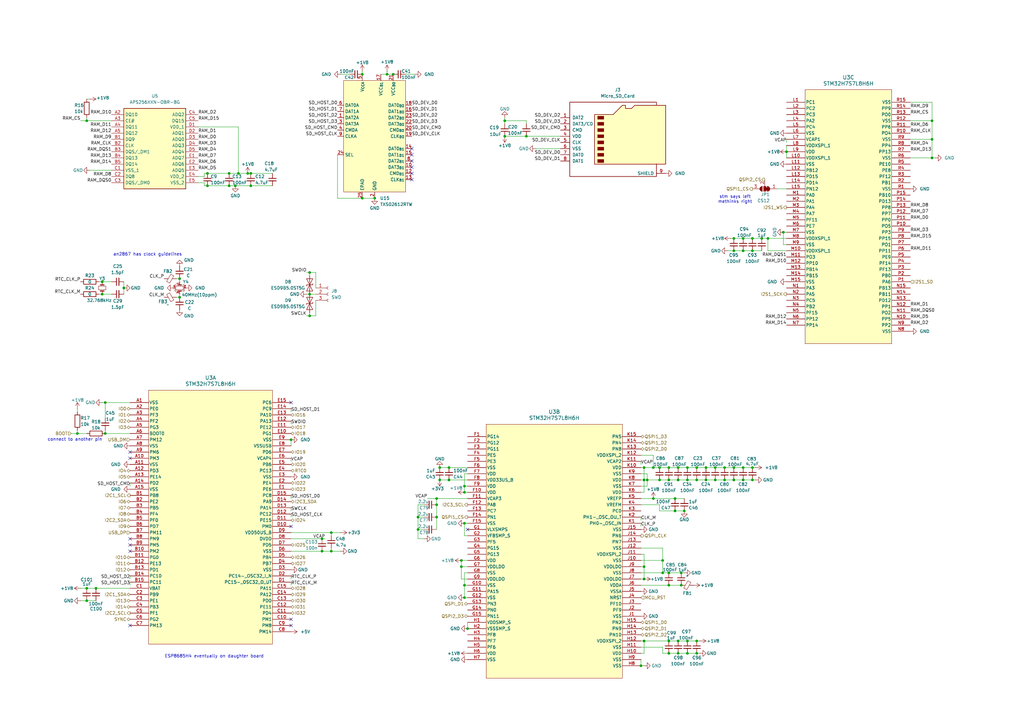
<source format=kicad_sch>
(kicad_sch (version 20250114) (generator "eeschema") (generator_version "9.0")
  (paper "A3")
  (text "ESP8685H4 eventually on daughter board" (at 87.884 269.24 0) (effects (font (size 1.27 1.27))))
  (text "connect to another pin" (at 30.734 180.34 0) (effects (font (size 1.27 1.27))))
  (text "an2867 has clock guidelines" (at 74.676 105.156 0) (effects (font (size 1.27 1.27)) (justify right bottom)))
  (text "stm says left\nmethinks right" (at 301.498 81.788 0) (effects (font (size 1.27 1.27))))
  (junction (at 35.56 49.53))
  (junction (at 35.56 246.38))
  (junction (at 135.89 226.06))
  (junction (at 289.56 196.85))
  (junction (at 148.59 30.48))
  (junction (at 276.86 204.47))
  (junction (at 101.6 71.12))
  (junction (at 267.97 191.77))
  (junction (at 300.99 102.87))
  (junction (at 127 120.65))
  (junction (at 293.37 191.77))
  (junction (at 279.4 234.95))
  (junction (at 184.15 196.85))
  (junction (at 189.23 232.41))
  (junction (at 382.27 57.15))
  (junction (at 274.32 240.03))
  (junction (at 39.37 241.3))
  (junction (at 148.59 81.28))
  (junction (at 190.5 201.93))
  (junction (at 281.94 267.97))
  (junction (at 179.07 212.09))
  (junction (at 207.01 55.88))
  (junction (at 267.97 204.47))
  (junction (at 297.18 191.77))
  (junction (at 278.13 196.85))
  (junction (at 190.5 240.03))
  (junction (at 300.99 191.77))
  (junction (at 274.32 267.97))
  (junction (at 285.75 262.89))
  (junction (at 73.66 121.92))
  (junction (at 304.8 191.77))
  (junction (at 308.61 191.77))
  (junction (at 322.58 62.23))
  (junction (at 312.42 97.79))
  (junction (at 73.66 114.3))
  (junction (at 274.32 234.95))
  (junction (at 281.94 191.77))
  (junction (at 127 129.54))
  (junction (at 270.51 191.77))
  (junction (at 281.94 196.85))
  (junction (at 179.07 204.47))
  (junction (at 308.61 102.87))
  (junction (at 281.94 262.89))
  (junction (at 308.61 97.79))
  (junction (at 285.75 267.97))
  (junction (at 274.32 191.77))
  (junction (at 43.18 177.8))
  (junction (at 264.16 191.77))
  (junction (at 274.32 262.89))
  (junction (at 278.13 262.89))
  (junction (at 280.67 209.55))
  (junction (at 321.31 95.25))
  (junction (at 308.61 196.85))
  (junction (at 300.99 97.79))
  (junction (at 189.23 229.87))
  (junction (at 153.67 81.28))
  (junction (at 382.27 64.77))
  (junction (at 179.07 207.01))
  (junction (at 190.5 199.39))
  (junction (at 285.75 191.77))
  (junction (at 279.4 240.03))
  (junction (at 41.91 115.57))
  (junction (at 96.52 76.2))
  (junction (at 262.89 273.05))
  (junction (at 304.8 196.85))
  (junction (at 271.78 229.87))
  (junction (at 276.86 209.55))
  (junction (at 50.8 118.11))
  (junction (at 297.18 196.85))
  (junction (at 382.27 49.53))
  (junction (at 289.56 191.77))
  (junction (at 293.37 196.85))
  (junction (at 102.87 71.12))
  (junction (at 190.5 245.11))
  (junction (at 207.01 49.53))
  (junction (at 264.16 262.89))
  (junction (at 132.08 220.98))
  (junction (at 300.99 196.85))
  (junction (at 43.18 165.1))
  (junction (at 191.77 257.81))
  (junction (at 171.45 212.09))
  (junction (at 135.89 218.44))
  (junction (at 31.75 177.8))
  (junction (at 265.43 196.85))
  (junction (at 180.34 191.77))
  (junction (at 93.98 71.12))
  (junction (at 314.96 97.79))
  (junction (at 271.78 234.95))
  (junction (at 158.75 30.48))
  (junction (at 180.34 196.85))
  (junction (at 190.5 214.63))
  (junction (at 102.87 76.2))
  (junction (at 127 111.76))
  (junction (at 41.91 120.65))
  (junction (at 184.15 191.77))
  (junction (at 93.98 76.2))
  (junction (at 215.9 55.88))
  (junction (at 278.13 191.77))
  (junction (at 270.51 196.85))
  (junction (at 304.8 97.79))
  (junction (at 85.09 71.12))
  (junction (at 35.56 241.3))
  (junction (at 171.45 217.17))
  (junction (at 278.13 267.97))
  (junction (at 264.16 196.85))
  (junction (at 274.32 196.85))
  (junction (at 264.16 232.41))
  (junction (at 304.8 102.87))
  (junction (at 119.38 180.34))
  (junction (at 264.16 237.49))
  (junction (at 161.29 30.48))
  (junction (at 97.79 71.12))
  (junction (at 85.09 76.2))
  (junction (at 285.75 196.85))
  (junction (at 132.08 226.06))
  (no_connect (at 119.38 256.54))
  (no_connect (at 168.91 68.58))
  (no_connect (at 53.34 185.42))
  (no_connect (at 53.34 187.96))
  (no_connect (at 168.91 66.04))
  (no_connect (at 53.34 223.52))
  (no_connect (at 119.38 165.1))
  (no_connect (at 53.34 220.98))
  (no_connect (at 119.38 215.9))
  (no_connect (at 53.34 226.06))
  (no_connect (at 168.91 71.12))
  (no_connect (at 168.91 63.5))
  (no_connect (at 53.34 256.54))
  (no_connect (at 168.91 60.96))
  (no_connect (at 168.91 73.66))
  (no_connect (at 191.77 217.17))
  (no_connect (at 119.38 254))
  (wire (pts (xy 304.8 102.87) (xy 308.61 102.87)))
  (wire (pts (xy 50.8 118.11) (xy 50.8 120.65)))
  (wire (pts (xy 270.51 209.55) (xy 276.86 209.55)))
  (wire (pts (xy 135.89 218.44) (xy 135.89 219.71)))
  (wire (pts (xy 184.15 196.85) (xy 191.77 196.85)))
  (wire (pts (xy 267.97 204.47) (xy 276.86 204.47)))
  (wire (pts (xy 72.39 114.3) (xy 73.66 114.3)))
  (wire (pts (xy 36.83 40.64) (xy 35.56 40.64)))
  (wire (pts (xy 119.38 212.09) (xy 119.38 210.82)))
  (wire (pts (xy 83.82 72.39) (xy 83.82 71.12)))
  (wire (pts (xy 293.37 196.85) (xy 289.56 196.85)))
  (wire (pts (xy 184.15 191.77) (xy 191.77 191.77)))
  (wire (pts (xy 119.38 209.55) (xy 119.38 208.28)))
  (wire (pts (xy 285.75 196.85) (xy 281.94 196.85)))
  (wire (pts (xy 31.75 176.53) (xy 31.75 177.8)))
  (wire (pts (xy 262.89 240.03) (xy 274.32 240.03)))
  (wire (pts (xy 262.89 199.39) (xy 265.43 199.39)))
  (wire (pts (xy 267.97 186.69) (xy 267.97 191.77)))
  (wire (pts (xy 300.99 196.85) (xy 297.18 196.85)))
  (wire (pts (xy 190.5 234.95) (xy 191.77 234.95)))
  (wire (pts (xy 278.13 262.89) (xy 274.32 262.89)))
  (wire (pts (xy 287.02 262.89) (xy 285.75 262.89)))
  (wire (pts (xy 293.37 191.77) (xy 289.56 191.77)))
  (wire (pts (xy 262.89 227.33) (xy 264.16 227.33)))
  (wire (pts (xy 300.99 102.87) (xy 304.8 102.87)))
  (wire (pts (xy 308.61 97.79) (xy 304.8 97.79)))
  (wire (pts (xy 190.5 199.39) (xy 191.77 199.39)))
  (wire (pts (xy 308.61 102.87) (xy 312.42 102.87)))
  (wire (pts (xy 190.5 201.93) (xy 190.5 199.39)))
  (wire (pts (xy 179.07 207.01) (xy 179.07 212.09)))
  (wire (pts (xy 304.8 191.77) (xy 300.99 191.77)))
  (wire (pts (xy 119.38 240.03) (xy 119.38 238.76)))
  (wire (pts (xy 321.31 95.25) (xy 322.58 95.25)))
  (wire (pts (xy 73.66 121.92) (xy 72.39 121.92)))
  (wire (pts (xy 190.5 240.03) (xy 190.5 245.11)))
  (wire (pts (xy 207.01 48.26) (xy 207.01 49.53)))
  (wire (pts (xy 119.38 218.44) (xy 135.89 218.44)))
  (wire (pts (xy 93.98 71.12) (xy 97.79 71.12)))
  (wire (pts (xy 383.54 64.77) (xy 382.27 64.77)))
  (wire (pts (xy 189.23 229.87) (xy 191.77 229.87)))
  (wire (pts (xy 262.89 232.41) (xy 264.16 232.41)))
  (wire (pts (xy 148.59 81.28) (xy 138.43 81.28)))
  (wire (pts (xy 191.77 194.31) (xy 190.5 194.31)))
  (wire (pts (xy 36.83 69.85) (xy 45.72 69.85)))
  (wire (pts (xy 184.15 196.85) (xy 180.34 196.85)))
  (wire (pts (xy 270.51 209.55) (xy 270.51 207.01)))
  (wire (pts (xy 264.16 262.89) (xy 274.32 262.89)))
  (wire (pts (xy 119.38 226.06) (xy 132.08 226.06)))
  (wire (pts (xy 35.56 48.26) (xy 35.56 49.53)))
  (wire (pts (xy 102.87 76.2) (xy 111.76 76.2)))
  (wire (pts (xy 262.89 215.9) (xy 262.89 214.63)))
  (wire (pts (xy 262.89 186.69) (xy 267.97 186.69)))
  (wire (pts (xy 207.01 50.8) (xy 207.01 49.53)))
  (wire (pts (xy 321.31 100.33) (xy 322.58 100.33)))
  (wire (pts (xy 190.5 201.93) (xy 191.77 201.93)))
  (wire (pts (xy 298.45 102.87) (xy 300.99 102.87)))
  (wire (pts (xy 314.96 97.79) (xy 322.58 97.79)))
  (wire (pts (xy 190.5 194.31) (xy 190.5 199.39)))
  (wire (pts (xy 31.75 168.91) (xy 31.75 167.64)))
  (wire (pts (xy 132.08 226.06) (xy 135.89 226.06)))
  (wire (pts (xy 262.89 191.77) (xy 264.16 191.77)))
  (wire (pts (xy 180.34 191.77) (xy 184.15 191.77)))
  (wire (pts (xy 190.5 234.95) (xy 190.5 240.03)))
  (wire (pts (xy 135.89 218.44) (xy 139.7 218.44)))
  (wire (pts (xy 215.9 50.8) (xy 215.9 49.53)))
  (wire (pts (xy 318.77 77.47) (xy 322.58 77.47)))
  (wire (pts (xy 271.78 234.95) (xy 274.32 234.95)))
  (wire (pts (xy 265.43 196.85) (xy 265.43 199.39)))
  (wire (pts (xy 308.61 97.79) (xy 312.42 97.79)))
  (wire (pts (xy 119.38 189.23) (xy 119.38 187.96)))
  (wire (pts (xy 179.07 204.47) (xy 191.77 204.47)))
  (wire (pts (xy 29.21 177.8) (xy 31.75 177.8)))
  (wire (pts (xy 158.75 29.21) (xy 158.75 30.48)))
  (wire (pts (xy 308.61 196.85) (xy 309.88 196.85)))
  (wire (pts (xy 148.59 81.28) (xy 153.67 81.28)))
  (wire (pts (xy 171.45 212.09) (xy 173.99 212.09)))
  (wire (pts (xy 382.27 57.15) (xy 382.27 64.77)))
  (wire (pts (xy 40.64 120.65) (xy 41.91 120.65)))
  (wire (pts (xy 127 111.76) (xy 127 113.03)))
  (wire (pts (xy 97.79 52.07) (xy 97.79 71.12)))
  (wire (pts (xy 45.72 120.65) (xy 41.91 120.65)))
  (wire (pts (xy 189.23 229.87) (xy 189.23 232.41)))
  (wire (pts (xy 53.34 240.03) (xy 53.34 238.76)))
  (wire (pts (xy 119.38 173.99) (xy 119.38 172.72)))
  (wire (pts (xy 308.61 191.77) (xy 309.88 191.77)))
  (wire (pts (xy 33.02 241.3) (xy 35.56 241.3)))
  (wire (pts (xy 138.43 81.28) (xy 138.43 63.5)))
  (wire (pts (xy 43.18 165.1) (xy 53.34 165.1)))
  (wire (pts (xy 101.6 71.12) (xy 102.87 71.12)))
  (wire (pts (xy 297.18 196.85) (xy 293.37 196.85)))
  (wire (pts (xy 43.18 165.1) (xy 43.18 171.45)))
  (wire (pts (xy 50.8 115.57) (xy 50.8 118.11)))
  (wire (pts (xy 265.43 194.31) (xy 262.89 194.31)))
  (wire (pts (xy 274.32 240.03) (xy 279.4 240.03)))
  (wire (pts (xy 274.32 234.95) (xy 279.4 234.95)))
  (wire (pts (xy 285.75 191.77) (xy 281.94 191.77)))
  (wire (pts (xy 73.66 114.3) (xy 73.66 115.57)))
  (wire (pts (xy 45.72 115.57) (xy 41.91 115.57)))
  (wire (pts (xy 125.73 120.65) (xy 127 120.65)))
  (wire (pts (xy 139.7 30.48) (xy 143.51 30.48)))
  (wire (pts (xy 321.31 95.25) (xy 321.31 100.33)))
  (wire (pts (xy 179.07 212.09) (xy 179.07 217.17)))
  (wire (pts (xy 262.89 265.43) (xy 271.78 265.43)))
  (wire (pts (xy 262.89 229.87) (xy 271.78 229.87)))
  (wire (pts (xy 53.34 199.39) (xy 53.34 198.12)))
  (wire (pts (xy 271.78 224.79) (xy 271.78 229.87)))
  (wire (pts (xy 299.72 97.79) (xy 300.99 97.79)))
  (wire (pts (xy 278.13 191.77) (xy 274.32 191.77)))
  (wire (pts (xy 287.02 267.97) (xy 285.75 267.97)))
  (wire (pts (xy 276.86 209.55) (xy 280.67 209.55)))
  (wire (pts (xy 300.99 191.77) (xy 297.18 191.77)))
  (wire (pts (xy 278.13 267.97) (xy 274.32 267.97)))
  (wire (pts (xy 83.82 76.2) (xy 85.09 76.2)))
  (wire (pts (xy 262.89 234.95) (xy 271.78 234.95)))
  (wire (pts (xy 127 129.54) (xy 127 128.27)))
  (wire (pts (xy 189.23 237.49) (xy 191.77 237.49)))
  (wire (pts (xy 382.27 64.77) (xy 373.38 64.77)))
  (wire (pts (xy 262.89 196.85) (xy 264.16 196.85)))
  (wire (pts (xy 262.89 262.89) (xy 264.16 262.89)))
  (wire (pts (xy 85.09 76.2) (xy 93.98 76.2)))
  (wire (pts (xy 133.35 220.98) (xy 132.08 220.98)))
  (wire (pts (xy 285.75 262.89) (xy 281.94 262.89)))
  (wire (pts (xy 274.32 191.77) (xy 270.51 191.77)))
  (wire (pts (xy 373.38 41.91) (xy 382.27 41.91)))
  (wire (pts (xy 304.8 196.85) (xy 300.99 196.85)))
  (wire (pts (xy 322.58 58.42) (xy 322.58 57.15)))
  (wire (pts (xy 262.89 267.97) (xy 264.16 267.97)))
  (wire (pts (xy 314.96 97.79) (xy 314.96 102.87)))
  (wire (pts (xy 43.18 176.53) (xy 43.18 177.8)))
  (wire (pts (xy 314.96 102.87) (xy 322.58 102.87)))
  (wire (pts (xy 300.99 97.79) (xy 304.8 97.79)))
  (wire (pts (xy 171.45 212.09) (xy 171.45 207.01)))
  (wire (pts (xy 289.56 191.77) (xy 285.75 191.77)))
  (wire (pts (xy 81.28 72.39) (xy 83.82 72.39)))
  (wire (pts (xy 119.38 237.49) (xy 119.38 236.22)))
  (wire (pts (xy 207.01 49.53) (xy 215.9 49.53)))
  (wire (pts (xy 33.02 246.38) (xy 35.56 246.38)))
  (wire (pts (xy 382.27 49.53) (xy 382.27 57.15)))
  (wire (pts (xy 278.13 196.85) (xy 274.32 196.85)))
  (wire (pts (xy 262.89 204.47) (xy 267.97 204.47)))
  (wire (pts (xy 262.89 213.36) (xy 262.89 212.09)))
  (wire (pts (xy 127 129.54) (xy 129.54 129.54)))
  (wire (pts (xy 119.38 220.98) (xy 132.08 220.98)))
  (wire (pts (xy 189.23 232.41) (xy 189.23 237.49)))
  (wire (pts (xy 190.5 219.71) (xy 190.5 214.63)))
  (wire (pts (xy 73.66 121.92) (xy 73.66 120.65)))
  (wire (pts (xy 278.13 262.89) (xy 281.94 262.89)))
  (wire (pts (xy 271.78 229.87) (xy 271.78 234.95)))
  (wire (pts (xy 264.16 196.85) (xy 264.16 191.77)))
  (wire (pts (xy 81.28 74.93) (xy 83.82 74.93)))
  (wire (pts (xy 289.56 196.85) (xy 285.75 196.85)))
  (wire (pts (xy 262.89 201.93) (xy 264.16 201.93)))
  (wire (pts (xy 33.02 49.53) (xy 35.56 49.53)))
  (wire (pts (xy 190.5 240.03) (xy 191.77 240.03)))
  (wire (pts (xy 215.9 55.88) (xy 229.87 55.88)))
  (wire (pts (xy 276.86 204.47) (xy 280.67 204.47)))
  (wire (pts (xy 264.16 267.97) (xy 264.16 262.89)))
  (wire (pts (xy 158.75 30.48) (xy 161.29 30.48)))
  (wire (pts (xy 171.45 220.98) (xy 171.45 217.17)))
  (wire (pts (xy 125.73 129.54) (xy 127 129.54)))
  (wire (pts (xy 31.75 177.8) (xy 35.56 177.8)))
  (wire (pts (xy 270.51 207.01) (xy 262.89 207.01)))
  (wire (pts (xy 312.42 97.79) (xy 314.96 97.79)))
  (wire (pts (xy 322.58 62.23) (xy 322.58 64.77)))
  (wire (pts (xy 35.56 246.38) (xy 39.37 246.38)))
  (wire (pts (xy 264.16 273.05) (xy 262.89 273.05)))
  (wire (pts (xy 219.71 60.96) (xy 229.87 60.96)))
  (wire (pts (xy 83.82 74.93) (xy 83.82 76.2)))
  (wire (pts (xy 274.32 196.85) (xy 270.51 196.85)))
  (wire (pts (xy 189.23 232.41) (xy 191.77 232.41)))
  (wire (pts (xy 41.91 165.1) (xy 43.18 165.1)))
  (wire (pts (xy 281.94 196.85) (xy 278.13 196.85)))
  (wire (pts (xy 190.5 214.63) (xy 191.77 214.63)))
  (wire (pts (xy 280.67 234.95) (xy 279.4 234.95)))
  (wire (pts (xy 304.8 191.77) (xy 308.61 191.77)))
  (wire (pts (xy 190.5 245.11) (xy 191.77 245.11)))
  (wire (pts (xy 148.59 29.21) (xy 148.59 30.48)))
  (wire (pts (xy 85.09 71.12) (xy 93.98 71.12)))
  (wire (pts (xy 129.54 111.76) (xy 129.54 118.11)))
  (wire (pts (xy 179.07 204.47) (xy 179.07 207.01)))
  (wire (pts (xy 285.75 267.97) (xy 281.94 267.97)))
  (wire (pts (xy 171.45 217.17) (xy 171.45 212.09)))
  (wire (pts (xy 322.58 59.69) (xy 322.58 62.23)))
  (wire (pts (xy 135.89 224.79) (xy 135.89 226.06)))
  (wire (pts (xy 264.16 191.77) (xy 267.97 191.77)))
  (wire (pts (xy 39.37 241.3) (xy 53.34 241.3)))
  (wire (pts (xy 40.64 115.57) (xy 41.91 115.57)))
  (wire (pts (xy 135.89 226.06) (xy 139.7 226.06)))
  (wire (pts (xy 83.82 71.12) (xy 85.09 71.12)))
  (wire (pts (xy 53.34 237.49) (xy 53.34 236.22)))
  (wire (pts (xy 129.54 129.54) (xy 129.54 123.19)))
  (wire (pts (xy 35.56 241.3) (xy 39.37 241.3)))
  (wire (pts (xy 97.79 71.12) (xy 101.6 71.12)))
  (wire (pts (xy 171.45 207.01) (xy 173.99 207.01)))
  (wire (pts (xy 173.99 220.98) (xy 171.45 220.98)))
  (wire (pts (xy 265.43 194.31) (xy 265.43 196.85)))
  (wire (pts (xy 264.16 227.33) (xy 264.16 232.41)))
  (wire (pts (xy 265.43 196.85) (xy 270.51 196.85)))
  (wire (pts (xy 127 111.76) (xy 129.54 111.76)))
  (wire (pts (xy 171.45 217.17) (xy 173.99 217.17)))
  (wire (pts (xy 119.38 204.47) (xy 119.38 203.2)))
  (wire (pts (xy 93.98 76.2) (xy 96.52 76.2)))
  (wire (pts (xy 264.16 201.93) (xy 264.16 196.85)))
  (wire (pts (xy 281.94 191.77) (xy 278.13 191.77)))
  (wire (pts (xy 191.77 255.27) (xy 191.77 257.81)))
  (wire (pts (xy 125.73 111.76) (xy 127 111.76)))
  (wire (pts (xy 175.26 204.47) (xy 179.07 204.47)))
  (wire (pts (xy 96.52 76.2) (xy 102.87 76.2)))
  (wire (pts (xy 207.01 55.88) (xy 215.9 55.88)))
  (wire (pts (xy 281.94 267.97) (xy 278.13 267.97)))
  (wire (pts (xy 271.78 265.43) (xy 271.78 267.97)))
  (wire (pts (xy 304.8 196.85) (xy 308.61 196.85)))
  (wire (pts (xy 119.38 180.34) (xy 119.38 182.88)))
  (wire (pts (xy 373.38 57.15) (xy 382.27 57.15)))
  (wire (pts (xy 297.18 191.77) (xy 293.37 191.77)))
  (wire (pts (xy 382.27 41.91) (xy 382.27 49.53)))
  (wire (pts (xy 267.97 191.77) (xy 270.51 191.77)))
  (wire (pts (xy 119.38 168.91) (xy 119.38 167.64)))
  (wire (pts (xy 191.77 219.71) (xy 190.5 219.71)))
  (wire (pts (xy 264.16 232.41) (xy 264.16 237.49)))
  (wire (pts (xy 166.37 30.48) (xy 170.18 30.48)))
  (wire (pts (xy 262.89 224.79) (xy 271.78 224.79)))
  (wire (pts (xy 262.89 190.5) (xy 262.89 189.23)))
  (wire (pts (xy 35.56 49.53) (xy 45.72 49.53)))
  (wire (pts (xy 373.38 49.53) (xy 382.27 49.53)))
  (wire (pts (xy 271.78 267.97) (xy 274.32 267.97)))
  (wire (pts (xy 43.18 177.8) (xy 53.34 177.8)))
  (wire (pts (xy 127 120.65) (xy 129.54 120.65)))
  (wire (pts (xy 262.89 273.05) (xy 262.89 270.51)))
  (wire (pts (xy 156.21 30.48) (xy 158.75 30.48)))
  (wire (pts (xy 264.16 237.49) (xy 262.89 237.49)))
  (wire (pts (xy 102.87 71.12) (xy 111.76 71.12)))
  (wire (pts (xy 81.28 52.07) (xy 97.79 52.07)))
  (label "RAM_D15" (at 81.28 49.53 0))
  (label "RAM_D11" (at 373.38 102.87 0))
  (label "SD_DEV_D2" (at 229.87 48.26 180))
  (label "RAM_D9" (at 373.38 44.45 0))
  (label "RAM_D9" (at 45.72 57.15 180))
  (label "RAM_D11" (at 45.72 52.07 180))
  (label "RTC_CLK_M" (at 33.02 120.65 180))
  (label "CLK_M" (at 262.89 213.36 0))
  (label "RAM_D8" (at 45.72 72.39 180))
  (label "SD_HOST_CMD" (at 138.43 53.34 180))
  (label "RAM_DQS1" (at 322.58 105.41 180))
  (label "RAM_D1" (at 373.38 125.73 0))
  (label "RAM_D0" (at 373.38 90.17 0))
  (label "SD_HOST_CLK" (at 119.38 212.09 0))
  (label "SWCLK" (at 119.38 209.55 0))
  (label "SWCLK" (at 125.73 129.54 180))
  (label "SD_DEV_D3" (at 168.91 50.8 0))
  (label "SD_HOST_D0" (at 119.38 204.47 0))
  (label "VCAP" (at 322.58 58.42 180))
  (label "SD_DEV_CMD" (at 168.91 53.34 0))
  (label "RAM_DQS1" (at 45.72 62.23 180))
  (label "CLK_P" (at 262.89 215.9 0))
  (label "SD_HOST_CLK" (at 138.43 55.88 180))
  (label "SD_HOST_D2" (at 53.34 237.49 180))
  (label "RAM_D13" (at 45.72 64.77 180))
  (label "RAM_D12" (at 322.58 130.81 180))
  (label "CLK_M" (at 67.31 121.92 180))
  (label "SWDIO" (at 125.73 111.76 180))
  (label "VCAP" (at 175.26 204.47 180))
  (label "SD_HOST_D1" (at 119.38 168.91 0))
  (label "RAM_CS" (at 33.02 49.53 180))
  (label "SD_HOST_D3" (at 53.34 240.03 180))
  (label "RAM_D2" (at 373.38 133.35 0))
  (label "RAM_D1" (at 81.28 54.61 0))
  (label "SD_HOST_D0" (at 138.43 43.18 180))
  (label "CLK_P" (at 67.31 114.3 180))
  (label "RAM_D3" (at 81.28 59.69 0))
  (label "RAM_D13" (at 373.38 62.23 0))
  (label "SD_DEV_D3" (at 229.87 50.8 180))
  (label "VCAP" (at 133.35 220.98 180))
  (label "RAM_D10" (at 322.58 107.95 180))
  (label "RAM_D7" (at 373.38 87.63 0))
  (label "RAM_D14" (at 45.72 67.31 180))
  (label "SD_HOST_D3" (at 138.43 50.8 180))
  (label "RAM_D5" (at 81.28 69.85 0))
  (label "RAM_D0" (at 81.28 57.15 0))
  (label "RAM_D12" (at 45.72 54.61 180))
  (label "SD_DEV_CMD" (at 229.87 53.34 180))
  (label "RAM_DQS0" (at 373.38 128.27 0))
  (label "RAM_CS" (at 373.38 46.99 0))
  (label "RAM_CLK" (at 45.72 59.69 180))
  (label "SD_DEV_CLK" (at 229.87 58.42 180))
  (label "RAM_CLK" (at 373.38 54.61 0))
  (label "SD_HOST_CMD" (at 53.34 199.39 180))
  (label "VCAP" (at 262.89 190.5 0))
  (label "SD_DEV_D0" (at 229.87 63.5 180))
  (label "RAM_D8" (at 373.38 85.09 0))
  (label "VCAP" (at 119.38 189.23 0))
  (label "RAM_D7" (at 81.28 64.77 0))
  (label "RAM_DQS0" (at 45.72 74.93 180))
  (label "RTC_CLK_P" (at 119.38 237.49 0))
  (label "RAM_D6" (at 373.38 52.07 0))
  (label "RAM_D6" (at 81.28 67.31 0))
  (label "RAM_D5" (at 373.38 130.81 0))
  (label "RTC_CLK_M" (at 119.38 240.03 0))
  (label "RAM_D4" (at 81.28 62.23 0))
  (label "RAM_D14" (at 322.58 133.35 180))
  (label "RTC_CLK_P" (at 33.02 115.57 180))
  (label "SWDIO" (at 119.38 173.99 0))
  (label "RAM_D10" (at 45.72 46.99 180))
  (label "SD_HOST_D2" (at 138.43 48.26 180))
  (label "RAM_D4" (at 373.38 59.69 0))
  (label "RAM_D2" (at 81.28 46.99 0))
  (label "SD_HOST_D1" (at 138.43 45.72 180))
  (label "SD_DEV_D0" (at 168.91 43.18 0))
  (label "SD_DEV_D1" (at 229.87 66.04 180))
  (label "SD_DEV_D1" (at 168.91 45.72 0))
  (label "RAM_D15" (at 373.38 97.79 0))
  (label "RAM_D3" (at 373.38 95.25 0))
  (label "SD_DEV_CLK" (at 168.91 55.88 0))
  (label "SD_DEV_D2" (at 168.91 48.26 0))
  (hierarchical_label "QSPI1_D2" (shape bidirectional) (at 262.89 181.61 0))
  (hierarchical_label "IO12" (shape bidirectional) (at 53.34 233.68 180))
  (hierarchical_label "IO7" (shape bidirectional) (at 53.34 208.28 180))
  (hierarchical_label "IO20" (shape bidirectional) (at 119.38 190.5 0))
  (hierarchical_label "QSPI2_D3" (shape bidirectional) (at 191.77 252.73 180))
  (hierarchical_label "QSPI2_CS" (shape output) (at 313.69 73.66 180))
  (hierarchical_label "IO9" (shape bidirectional) (at 53.34 215.9 180))
  (hierarchical_label "IO24" (shape bidirectional) (at 119.38 213.36 0))
  (hierarchical_label "I2S1_SCK" (shape output) (at 322.58 120.65 180))
  (hierarchical_label "IO19" (shape bidirectional) (at 119.38 185.42 0))
  (hierarchical_label "IO28" (shape bidirectional) (at 119.38 241.3 0))
  (hierarchical_label "QSPI_CLK" (shape output) (at 262.89 219.71 0))
  (hierarchical_label "I2C2_SDA" (shape bidirectional) (at 53.34 213.36 180))
  (hierarchical_label "IO2" (shape bidirectional) (at 53.34 172.72 180))
  (hierarchical_label "I2C2_SCL" (shape output) (at 53.34 251.46 180))
  (hierarchical_label "IO3" (shape bidirectional) (at 53.34 175.26 180))
  (hierarchical_label "QSPI1_CS" (shape output) (at 191.77 212.09 180))
  (hierarchical_label "QSPI2_D1" (shape bidirectional) (at 262.89 257.81 0))
  (hierarchical_label "MCU_RST" (shape input) (at 262.89 245.11 0))
  (hierarchical_label "I2C3_SCL" (shape output) (at 191.77 207.01 180))
  (hierarchical_label "QSPI2_D2" (shape bidirectional) (at 262.89 260.35 0))
  (hierarchical_label "IO17" (shape bidirectional) (at 119.38 175.26 0))
  (hierarchical_label "IO11" (shape bidirectional) (at 53.34 231.14 180))
  (hierarchical_label "BOOT" (shape input) (at 29.21 177.8 180))
  (hierarchical_label "I2C3_SDA" (shape bidirectional) (at 119.38 205.74 0))
  (hierarchical_label "IO13" (shape bidirectional) (at 53.34 246.38 180))
  (hierarchical_label "QSPI_D1" (shape bidirectional) (at 191.77 247.65 180))
  (hierarchical_label "IO22" (shape bidirectional) (at 119.38 198.12 0))
  (hierarchical_label "IO23" (shape bidirectional) (at 119.38 200.66 0))
  (hierarchical_label "QSPI2_D0" (shape bidirectional) (at 262.89 184.15 0))
  (hierarchical_label "IO4" (shape bidirectional) (at 53.34 193.04 180))
  (hierarchical_label "IO25" (shape bidirectional) (at 119.38 223.52 0))
  (hierarchical_label "IO30" (shape bidirectional) (at 119.38 246.38 0))
  (hierarchical_label "QSPI1_D0" (shape bidirectional) (at 262.89 255.27 0))
  (hierarchical_label "IO10" (shape bidirectional) (at 53.34 228.6 180))
  (hierarchical_label "SYNC" (shape bidirectional) (at 53.34 254 180))
  (hierarchical_label "I2S1_WS" (shape output) (at 322.58 85.09 180))
  (hierarchical_label "USB_DM" (shape input) (at 53.34 180.34 180))
  (hierarchical_label "I2S1_SD" (shape input) (at 373.38 115.57 0))
  (hierarchical_label "IO26" (shape bidirectional) (at 119.38 228.6 0))
  (hierarchical_label "IO1" (shape bidirectional) (at 53.34 170.18 180))
  (hierarchical_label "IO6" (shape bidirectional) (at 53.34 205.74 180))
  (hierarchical_label "IO18" (shape bidirectional) (at 119.38 177.8 0))
  (hierarchical_label "I2C1_SCL" (shape output) (at 53.34 203.2 180))
  (hierarchical_label "I2C1_SDA" (shape bidirectional) (at 53.34 243.84 180))
  (hierarchical_label "IO5" (shape bidirectional) (at 53.34 195.58 180))
  (hierarchical_label "USB_DP" (shape input) (at 53.34 218.44 180))
  (hierarchical_label "IO31" (shape bidirectional) (at 119.38 248.92 0))
  (hierarchical_label "IO8" (shape bidirectional) (at 53.34 210.82 180))
  (hierarchical_label "IO27" (shape bidirectional) (at 119.38 231.14 0))
  (hierarchical_label "QSPI1_CS" (shape output) (at 308.61 77.47 180))
  (hierarchical_label "RTC0" (shape bidirectional) (at 119.38 193.04 0))
  (hierarchical_label "IO16" (shape bidirectional) (at 119.38 170.18 0))
  (hierarchical_label "IO0" (shape bidirectional) (at 53.34 167.64 180))
  (hierarchical_label "IO29" (shape bidirectional) (at 119.38 243.84 0))
  (hierarchical_label "IO32" (shape bidirectional) (at 119.38 251.46 0))
  (hierarchical_label "QSPI1_D3" (shape bidirectional) (at 262.89 179.07 0))
  (hierarchical_label "IO14" (shape bidirectional) (at 53.34 248.92 180))
  (symbol (lib_id "Device:Crystal_Small") (at 41.91 118.11 90) (unit 1)
    (property "Reference" "Y3" (at 40.64 114.3 90) (effects (justify right)))
    (property "Value" "32.768kHz" (at 35.56 123.19 90) (effects (justify right)))
    (property "Footprint" "Crystal:Crystal_SMD_3215-2Pin_3.2x1.5mm" (effects (hide yes)))
  )
  (symbol (lib_name "GND_1") (lib_id "power:GND") (at 264.16 273.05 90) (unit 1)
    (property "Reference" "#PWR0117" (effects (hide yes)))
    (property "Value" "GND" (at 267.208 273.05 90) (effects (justify right)))
    (property "Description" "Power symbol creates a global label with name \"GND\" , ground" (effects (hide yes)))
  )
  (symbol (lib_id "power:GND") (at 139.7 226.06 90) (unit 1)
    (property "Reference" "#PWR0100" (effects (hide yes)))
    (property "Value" "GND" (at 142.494 226.06 90) (effects (justify right)))
    (property "Description" "Power symbol creates a global label with name \"GND\" , ground" (effects (hide yes)))
  )
  (symbol (lib_id "Device:C_Small") (at 207.01 53.34 180) (unit 1)
    (property "Reference" "C19" (at 202.692 52.324 0))
    (property "Value" "10uF" (at 203.2 55.118 0))
    (property "Description" "Unpolarized capacitor, small symbol" (effects (hide yes)))
  )
  (symbol (lib_id "Device:R") (at 39.37 177.8 90) (unit 1)
    (property "Reference" "R18" (at 39.37 172.974 90))
    (property "Value" "10k" (at 39.37 175.514 90))
    (property "Description" "Resistor" (effects (hide yes)))
  )
  (symbol (lib_id "Device:C_Small") (at 132.08 223.52 0) (mirror y) (unit 1)
    (property "Reference" "C103" (at 130.302 222.25 0) (effects (justify left)))
    (property "Value" "100n" (at 130.302 224.79 0) (effects (justify left)))
    (property "Description" "Unpolarized capacitor, small symbol" (effects (hide yes)))
  )
  (symbol (lib_name "GND_1") (lib_id "power:GND") (at 191.77 270.51 270) (unit 1)
    (property "Reference" "#PWR038" (effects (hide yes)))
    (property "Value" "GND" (at 188.722 270.51 90) (effects (justify right)))
    (property "Description" "Power symbol creates a global label with name \"GND\" , ground" (effects (hide yes)))
  )
  (symbol (lib_id "power:GND") (at 373.38 135.89 90) (unit 1)
    (property "Reference" "#PWR0130" (effects (hide yes)))
    (property "Value" "GND" (at 377.19 135.8899 90) (effects (justify right)))
    (property "Description" "Power symbol creates a global label with name \"GND\" , ground" (effects (hide yes)))
  )
  (symbol (lib_id "Device:C_Small") (at 312.42 100.33 0) (unit 1)
    (property "Reference" "C92" (at 310.388 94.488 0) (effects (justify left)))
    (property "Value" "1uF" (at 310.642 96.52 0) (effects (justify left)))
    (property "Description" "Unpolarized capacitor, small symbol" (effects (hide yes)))
  )
  (symbol (lib_id "custom-lib:STM32H7S7L8H6H") (at 191.77 179.07 0) (unit 2)
    (property "Reference" "U3" (at 227.33 168.91 0) (effects (font (size 1.524 1.524))))
    (property "Value" "STM32H7S7L8H6H" (at 227.33 171.45 0) (effects (font (size 1.524 1.524))))
    (property "Footprint" "Package_BGA:ST_TFBGA-225_13x13mm_Layout15x15_P0.8mm" (effects (hide yes)))
  )
  (symbol (lib_id "Device:C_Small") (at 146.05 30.48 270) (unit 1)
    (property "Reference" "C42" (at 143.256 31.75 90))
    (property "Value" "100nF" (at 142.24 29.21 90))
    (property "Description" "Unpolarized capacitor, small symbol" (effects (hide yes)))
  )
  (symbol (lib_id "Diode:ESD9B5.0ST5G") (at 127 116.84 270) (mirror x) (unit 1)
    (property "Reference" "D8" (at 118.11 115.57 90))
    (property "Value" "ESD9B5.0ST5G" (at 118.11 118.11 90))
    (property "Footprint" "Diode_SMD:D_SOD-923" (effects (hide yes)))
    (property "Datasheet" "https://www.onsemi.com/pub/Collateral/ESD9B-D.PDF" (effects (hide yes)))
  )
  (symbol (lib_id "Device:C_Small") (at 43.18 173.99 0) (mirror x) (unit 1)
    (property "Reference" "C45" (at 45.212 169.418 0))
    (property "Value" "1uF" (at 45.212 171.958 0))
    (property "Footprint" "Capacitor_SMD:C_0402_1005Metric" (effects (hide yes)))
  )
  (symbol (lib_id "custom-lib:APS256XXN-OBR-BG") (at 45.72 46.99 0) (unit 1)
    (property "Reference" "U5" (at 63.5 39.37 0))
    (property "Value" "APS256XXN-OBR-BG" (at 63.5 41.91 0))
    (property "Footprint" "custom-lib:BGA-24_6.0x8.0mm_Layout5x5_P1.0mm" (effects (hide yes)))
    (property "Datasheet" "https://www.mouser.ie/datasheet/2/1127/APM_PSRAM_OPI_Xccela_APS256XXN_OBRx_v1_0_PKG-1954780.pdf" (effects (hide yes)))
    (property "Description" "DRAM IoT RAM 256Mb OPI (x8,x16) DDR 200MHz, 1.8V, Ind. Temp., BGA24" (effects (hide yes)))
    (property "Height" "1.2" (effects (hide yes)))
    (property "Mouser Part Number" "878-APS256XXN-OBR-BG" (effects (hide yes)))
    (property "Mouser Price/Stock" "https://www.mouser.co.uk/ProductDetail/AP-Memory/APS256XXN-OBR-BG?qs=IS%252B4QmGtzzr0jQp6msfTlA%3D%3D" (effects (hide yes)))
    (property "Manufacturer_Name" "AP Memory" (effects (hide yes)))
    (property "Manufacturer_Part_Number" "APS256XXN-OBR-BG" (effects (hide yes)))
  )
  (symbol (lib_name "GND_1") (lib_id "power:GND") (at 191.77 257.81 270) (unit 1)
    (property "Reference" "#PWR035" (effects (hide yes)))
    (property "Value" "GND" (at 188.722 257.81 90) (effects (justify right)))
    (property "Description" "Power symbol creates a global label with name \"GND\" , ground" (effects (hide yes)))
  )
  (symbol (lib_id "Logic_LevelTranslator:TXS02612RTW") (at 153.67 55.88 0) (unit 1)
    (property "Reference" "U15" (at 155.8641 81.28 0) (effects (justify left)))
    (property "Value" "TXS02612RTW" (at 155.8641 83.82 0) (effects (justify left)))
    (property "Footprint" "Package_DFN_QFN:WQFN-24-1EP_4x4mm_P0.5mm_EP2.45x2.45mm_ThermalVias" (effects (hide yes)))
    (property "Datasheet" "https://www.ti.com/lit/gpn/TXS02612" (effects (hide yes)))
    (property "Description" "SDIO port expander with voltage-level translation, 6:12 Demultiplexer/Multiplexer, 1.1V to 3.6V supply range, QFN-24" (effects (hide yes)))
  )
  (symbol (lib_name "GND_1") (lib_id "power:GND") (at 262.89 252.73 90) (unit 1)
    (property "Reference" "#PWR0115" (effects (hide yes)))
    (property "Value" "GND" (at 265.938 252.73 90) (effects (justify right)))
    (property "Description" "Power symbol creates a global label with name \"GND\" , ground" (effects (hide yes)))
  )
  (symbol (lib_id "power:GND") (at 373.38 77.47 90) (unit 1)
    (property "Reference" "#PWR0129" (effects (hide yes)))
    (property "Value" "GND" (at 377.19 77.4699 90) (effects (justify right)))
    (property "Description" "Power symbol creates a global label with name \"GND\" , ground" (effects (hide yes)))
  )
  (symbol (lib_name "GND_1") (lib_id "power:GND") (at 190.5 214.63 270) (unit 1)
    (property "Reference" "#PWR034" (effects (hide yes)))
    (property "Value" "GND" (at 187.452 214.63 90) (effects (justify right)))
    (property "Description" "Power symbol creates a global label with name \"GND\" , ground" (effects (hide yes)))
  )
  (symbol (lib_id "Device:C_Small") (at 274.32 237.49 0) (unit 1)
    (property "Reference" "C85" (at 273.05 231.648 0) (effects (justify left)))
    (property "Value" "100nF" (at 271.78 233.68 0) (effects (justify left)))
    (property "Description" "Unpolarized capacitor, small symbol" (effects (hide yes)))
  )
  (symbol (lib_id "Device:R") (at 35.56 44.45 0) (unit 1)
    (property "Reference" "R16" (at 30.48 43.18 0) (effects (justify left)))
    (property "Value" "10k" (at 30.48 45.72 0) (effects (justify left)))
    (property "Description" "Resistor" (effects (hide yes)))
  )
  (symbol (lib_id "power:GND") (at 33.02 246.38 270) (unit 1)
    (property "Reference" "#PWR0164" (effects (hide yes)))
    (property "Value" "GND" (at 30.226 246.38 90) (effects (justify right)))
    (property "Description" "Power symbol creates a global label with name \"GND\" , ground" (effects (hide yes)))
  )
  (symbol (lib_id "power:+3V3") (at 139.7 218.44 270) (unit 1)
    (property "Reference" "#PWR048" (effects (hide yes)))
    (property "Value" "+3V3" (at 142.494 218.44 90) (effects (justify left)))
    (property "Description" "Power symbol creates a global label with name \"+3V3\"" (effects (hide yes)))
  )
  (symbol (lib_id "Device:FerriteBead_Small") (at 69.85 114.3 90) (unit 1)
    (property "Reference" "FB2" (at 68.834 111.252 90))
    (property "Value" "~" (at 68.834 111.252 90))
    (property "Description" "Ferrite bead, small symbol" (effects (hide yes)))
  )
  (symbol (lib_id "Device:C_Small") (at 289.56 194.31 0) (unit 1)
    (property "Reference" "C24" (at 287.528 198.628 0) (effects (justify left)))
    (property "Value" "100nF" (at 286.512 201.168 0) (effects (justify left)))
    (property "Description" "Unpolarized capacitor, small symbol" (effects (hide yes)))
  )
  (symbol (lib_id "custom-lib:STM32H7S7L8H6H") (at 322.58 41.91 0) (unit 3)
    (property "Reference" "U3" (at 347.98 31.75 0) (effects (font (size 1.524 1.524))))
    (property "Value" "STM32H7S7L8H6H" (at 347.98 34.29 0) (effects (font (size 1.524 1.524))))
    (property "Footprint" "Package_BGA:ST_TFBGA-225_13x13mm_Layout15x15_P0.8mm" (effects (hide yes)))
  )
  (symbol (lib_id "power:+1V8") (at 287.02 262.89 270) (mirror x) (unit 1)
    (property "Reference" "#PWR0155" (effects (hide yes)))
    (property "Value" "+1V8" (at 289.814 262.89 90) (effects (justify left)))
    (property "Description" "Power symbol creates a global label with name \"+1V8\"" (effects (hide yes)))
  )
  (symbol (lib_id "power:+5V") (at 119.38 259.08 270) (unit 1)
    (property "Reference" "#PWR036" (effects (hide yes)))
    (property "Value" "+5V" (at 123.19 259.0799 90) (effects (justify left)))
    (property "Description" "Power symbol creates a global label with name \"+5V\"" (effects (hide yes)))
  )
  (symbol (lib_id "Device:R") (at 36.83 120.65 90) (unit 1)
    (property "Reference" "R24" (at 36.83 118.11 90))
    (property "Value" "0" (at 36.83 120.65 90))
    (property "Description" "Resistor" (effects (hide yes)))
  )
  (symbol (lib_id "custom-lib:STM32H7S7L8H6H") (at 53.34 165.1 0) (unit 1)
    (property "Reference" "U3" (at 86.36 154.94 0) (effects (font (size 1.524 1.524))))
    (property "Value" "STM32H7S7L8H6H" (at 86.36 157.48 0) (effects (font (size 1.524 1.524))))
    (property "Footprint" "Package_BGA:ST_TFBGA-225_13x13mm_Layout15x15_P0.8mm" (effects (hide yes)))
  )
  (symbol (lib_id "power:GND") (at 41.91 165.1 270) (unit 1)
    (property "Reference" "#PWR0119" (effects (hide yes)))
    (property "Value" "GND" (at 39.116 165.1 90) (effects (justify right)))
    (property "Description" "Power symbol creates a global label with name \"GND\" , ground" (effects (hide yes)))
  )
  (symbol (lib_id "power:GND") (at 273.05 71.12 90) (unit 1)
    (property "Reference" "#PWR0138" (effects (hide yes)))
    (property "Value" "GND" (at 276.86 71.1199 90) (effects (justify right)))
    (property "Description" "Power symbol creates a global label with name \"GND\" , ground" (effects (hide yes)))
  )
  (symbol (lib_id "Device:FerriteBead_Small") (at 69.85 121.92 90) (mirror x) (unit 1)
    (property "Reference" "FB3" (at 66.802 123.698 90))
    (property "Value" "~" (at 68.834 124.968 90))
    (property "Description" "Ferrite bead, small symbol" (effects (hide yes)))
  )
  (symbol (lib_id "power:GND") (at 76.2 118.11 90) (mirror x) (unit 1)
    (property "Reference" "#PWR0151" (effects (hide yes)))
    (property "Value" "GND" (at 80.01 118.11 90) (effects (justify right)))
  )
  (symbol (lib_id "Device:C_Small") (at 304.8 194.31 0) (unit 1)
    (property "Reference" "C82" (at 302.768 198.628 0) (effects (justify left)))
    (property "Value" "100nF" (at 301.752 201.168 0) (effects (justify left)))
    (property "Description" "Unpolarized capacitor, small symbol" (effects (hide yes)))
  )
  (symbol (lib_name "GND_1") (lib_id "power:GND") (at 280.67 234.95 90) (unit 1)
    (property "Reference" "#PWR0114" (effects (hide yes)))
    (property "Value" "GND" (at 283.464 234.95 90) (effects (justify right)))
    (property "Description" "Power symbol creates a global label with name \"GND\" , ground" (effects (hide yes)))
  )
  (symbol (lib_id "Device:C_Small") (at 176.53 212.09 270) (unit 1)
    (property "Reference" "C77" (at 171.958 213.36 90) (effects (justify left)))
    (property "Value" "2.2u" (at 171.45 210.82 90) (effects (justify left)))
    (property "Description" "Unpolarized capacitor, small symbol" (effects (hide yes)))
  )
  (symbol (lib_id "Device:C_Small") (at 285.75 194.31 0) (unit 1)
    (property "Reference" "C23" (at 284.226 187.96 0) (effects (justify left)))
    (property "Value" "100nF" (at 283.21 190.5 0) (effects (justify left)))
    (property "Description" "Unpolarized capacitor, small symbol" (effects (hide yes)))
  )
  (symbol (lib_id "power:GND") (at 36.83 69.85 270) (unit 1)
    (property "Reference" "#PWR029" (effects (hide yes)))
    (property "Value" "GND" (at 32.004 69.85 90))
    (property "Description" "Power symbol creates a global label with name \"GND\" , ground" (effects (hide yes)))
  )
  (symbol (lib_id "power:+3V3") (at 180.34 196.85 0) (mirror x) (unit 1)
    (property "Reference" "#PWR0116" (effects (hide yes)))
    (property "Value" "+3V3" (at 176.784 200.406 0) (effects (justify left)))
    (property "Description" "Power symbol creates a global label with name \"+3V3\"" (effects (hide yes)))
  )
  (symbol (lib_id "Device:C_Small") (at 176.53 207.01 270) (unit 1)
    (property "Reference" "C79" (at 171.958 208.28 90) (effects (justify left)))
    (property "Value" "2.2u" (at 171.45 205.74 90) (effects (justify left)))
    (property "Description" "Unpolarized capacitor, small symbol" (effects (hide yes)))
  )
  (symbol (lib_id "Device:C_Small") (at 281.94 194.31 0) (unit 1)
    (property "Reference" "C34" (at 279.908 198.628 0) (effects (justify left)))
    (property "Value" "100nF" (at 278.892 201.168 0) (effects (justify left)))
    (property "Description" "Unpolarized capacitor, small symbol" (effects (hide yes)))
  )
  (symbol (lib_id "Device:C_Small") (at 176.53 217.17 270) (unit 1)
    (property "Reference" "C78" (at 171.958 218.44 90) (effects (justify left)))
    (property "Value" "2.2u" (at 171.45 215.9 90) (effects (justify left)))
    (property "Description" "Unpolarized capacitor, small symbol" (effects (hide yes)))
  )
  (symbol (lib_id "Device:C_Small") (at 73.66 111.76 0) (mirror x) (unit 1)
    (property "Reference" "C21" (at 77.216 110.49 0))
    (property "Value" "C" (at 77.216 113.03 0))
    (property "Footprint" "Capacitor_SMD:C_0402_1005Metric" (effects (hide yes)))
  )
  (symbol (lib_id "Device:C_Small") (at 93.98 73.66 0) (unit 1)
    (property "Reference" "C13" (at 95.25 72.39 0) (effects (justify left)))
    (property "Value" "100nF" (at 95.25 74.93 0) (effects (justify left)))
    (property "Description" "Unpolarized capacitor, small symbol" (effects (hide yes)))
  )
  (symbol (lib_id "Jumper:SolderJumper_3_Bridged12") (at 313.69 77.47 180) (unit 1) (exclude_from_sim yes) (in_bom no)
    (property "Reference" "JP1" (at 315.722 79.756 0) (effects (justify left)))
    (property "Value" "CS12" (at 315.722 82.296 0) (effects (justify left)))
    (property "Footprint" "Jumper:SolderJumper-3_P1.3mm_Open_RoundedPad1.0x1.5mm_NumberLabels" (effects (hide yes)))
    (property "Description" "3-pole Solder Jumper, pins 1+2 closed/bridged" (effects (hide yes)))
  )
  (symbol (lib_name "GND_1") (lib_id "power:GND") (at 262.89 242.57 90) (unit 1)
    (property "Reference" "#PWR0156" (effects (hide yes)))
    (property "Value" "GND" (at 265.938 242.57 90) (effects (justify right)))
    (property "Description" "Power symbol creates a global label with name \"GND\" , ground" (effects (hide yes)))
  )
  (symbol (lib_id "Device:C_Small") (at 48.26 120.65 90) (unit 1)
    (property "Reference" "C29" (at 48.26 123.444 90))
    (property "Value" "1.5pF" (at 48.26 125.984 90))
    (property "Description" "Unpolarized capacitor, small symbol" (effects (hide yes)))
  )
  (symbol (lib_id "Device:C_Small") (at 102.87 73.66 0) (unit 1)
    (property "Reference" "C12" (at 104.648 72.39 0) (effects (justify left)))
    (property "Value" "4.7uF" (at 104.648 74.93 0) (effects (justify left)))
    (property "Description" "Unpolarized capacitor, small symbol" (effects (hide yes)))
  )
  (symbol (lib_id "power:+1V8") (at 101.6 71.12 0) (unit 1)
    (property "Reference" "#PWR022" (effects (hide yes)))
    (property "Value" "+1V8" (at 101.6 67.31 0))
    (property "Description" "Power symbol creates a global label with name \"+1V8\"" (effects (hide yes)))
  )
  (symbol (lib_id "Device:C_Small") (at 184.15 194.31 0) (mirror x) (unit 1)
    (property "Reference" "C44" (at 185.928 195.58 0) (effects (justify left)))
    (property "Value" "100nF" (at 185.928 193.04 0) (effects (justify left)))
    (property "Description" "Unpolarized capacitor, small symbol" (effects (hide yes)))
  )
  (symbol (lib_id "Device:C_Small") (at 280.67 207.01 0) (mirror x) (unit 1)
    (property "Reference" "C46" (at 282.448 208.28 0) (effects (justify left)))
    (property "Value" "1uF" (at 282.448 205.74 0) (effects (justify left)))
    (property "Description" "Unpolarized capacitor, small symbol" (effects (hide yes)))
  )
  (symbol (lib_id "Device:C_Small") (at 73.66 124.46 180) (unit 1)
    (property "Reference" "C22" (at 77.724 123.952 0))
    (property "Value" "C" (at 77.724 126.492 0))
    (property "Footprint" "Capacitor_SMD:C_0402_1005Metric" (effects (hide yes)))
  )
  (symbol (lib_id "power:GND") (at 53.34 182.88 270) (unit 1)
    (property "Reference" "#PWR0120" (effects (hide yes)))
    (property "Value" "GND" (at 50.546 182.88 90) (effects (justify right)))
    (property "Description" "Power symbol creates a global label with name \"GND\" , ground" (effects (hide yes)))
  )
  (symbol (lib_id "Device:C_Small") (at 85.09 73.66 0) (unit 1)
    (property "Reference" "C9" (at 86.36 72.39 0) (effects (justify left)))
    (property "Value" "100nF" (at 86.36 74.93 0) (effects (justify left)))
    (property "Description" "Unpolarized capacitor, small symbol" (effects (hide yes)))
  )
  (symbol (lib_id "power:+1V8") (at 309.88 191.77 270) (mirror x) (unit 1)
    (property "Reference" "#PWR040" (effects (hide yes)))
    (property "Value" "+1V8" (at 313.69 191.7699 90) (effects (justify left)))
    (property "Description" "Power symbol creates a global label with name \"+1V8\"" (effects (hide yes)))
  )
  (symbol (lib_id "Device:C_Small") (at 293.37 194.31 0) (unit 1)
    (property "Reference" "C37" (at 291.846 187.96 0) (effects (justify left)))
    (property "Value" "100nF" (at 290.83 190.5 0) (effects (justify left)))
    (property "Description" "Unpolarized capacitor, small symbol" (effects (hide yes)))
  )
  (symbol (lib_id "Device:C_Small") (at 274.32 194.31 0) (unit 1)
    (property "Reference" "C91" (at 272.288 198.628 0) (effects (justify left)))
    (property "Value" "100nF" (at 271.272 201.168 0) (effects (justify left)))
    (property "Description" "Unpolarized capacitor, small symbol" (effects (hide yes)))
  )
  (symbol (lib_id "Device:C_Small") (at 279.4 237.49 0) (unit 1)
    (property "Reference" "C84" (at 277.876 231.648 0) (effects (justify left)))
    (property "Value" "1uF" (at 278.13 233.68 0) (effects (justify left)))
    (property "Description" "Unpolarized capacitor, small symbol" (effects (hide yes)))
  )
  (symbol (lib_id "Device:R") (at 36.83 115.57 90) (unit 1)
    (property "Reference" "R23" (at 36.83 113.03 90))
    (property "Value" "0" (at 36.83 115.57 90))
    (property "Description" "Resistor" (effects (hide yes)))
  )
  (symbol (lib_id "Device:C_Small") (at 163.83 30.48 270) (unit 1)
    (property "Reference" "C41" (at 166.624 29.21 90))
    (property "Value" "100nF" (at 167.64 31.75 90))
    (property "Description" "Unpolarized capacitor, small symbol" (effects (hide yes)))
  )
  (symbol (lib_id "Device:FerriteBead_Small") (at 281.94 240.03 90) (unit 1)
    (property "Reference" "FB1" (at 281.94 243.332 90))
    (property "Value" "~" (at 281.9019 236.22 90))
    (property "Description" "Ferrite bead, small symbol" (effects (hide yes)))
  )
  (symbol (lib_id "power:GND") (at 96.52 76.2 0) (unit 1)
    (property "Reference" "#PWR024" (effects (hide yes)))
    (property "Value" "GND" (at 96.52 80.264 0))
    (property "Description" "Power symbol creates a global label with name \"GND\" , ground" (effects (hide yes)))
  )
  (symbol (lib_id "power:GND") (at 321.31 95.25 270) (unit 1)
    (property "Reference" "#PWR0133" (effects (hide yes)))
    (property "Value" "GND" (at 317.754 97.282 0) (effects (justify right)))
    (property "Description" "Power symbol creates a global label with name \"GND\" , ground" (effects (hide yes)))
  )
  (symbol (lib_id "Device:C_Small") (at 276.86 207.01 180) (unit 1)
    (property "Reference" "C47" (at 275.082 208.28 0) (effects (justify left)))
    (property "Value" "100nF" (at 275.082 205.74 0) (effects (justify left)))
    (property "Description" "Unpolarized capacitor, small symbol" (effects (hide yes)))
  )
  (symbol (lib_name "GND_1") (lib_id "power:GND") (at 309.88 196.85 90) (unit 1)
    (property "Reference" "#PWR039" (effects (hide yes)))
    (property "Value" "GND" (at 312.928 196.85 90) (effects (justify right)))
    (property "Description" "Power symbol creates a global label with name \"GND\" , ground" (effects (hide yes)))
  )
  (symbol (lib_id "power:GND") (at 287.02 267.97 90) (mirror x) (unit 1)
    (property "Reference" "#PWR0139" (effects (hide yes)))
    (property "Value" "GND" (at 289.814 267.97 90) (effects (justify right)))
    (property "Description" "Power symbol creates a global label with name \"GND\" , ground" (effects (hide yes)))
  )
  (symbol (lib_id "power:GND") (at 50.8 118.11 90) (unit 1)
    (property "Reference" "#PWR042" (effects (hide yes)))
    (property "Value" "GND" (at 53.594 118.11 90) (effects (justify right)))
    (property "Description" "Power symbol creates a global label with name \"GND\" , ground" (effects (hide yes)))
  )
  (symbol (lib_id "power:GND") (at 119.38 233.68 90) (unit 1)
    (property "Reference" "#PWR0136" (effects (hide yes)))
    (property "Value" "GND" (at 122.174 233.68 90) (effects (justify right)))
    (property "Description" "Power symbol creates a global label with name \"GND\" , ground" (effects (hide yes)))
  )
  (symbol (lib_name "GND_1") (lib_id "power:GND") (at 190.5 245.11 270) (unit 1)
    (property "Reference" "#PWR037" (effects (hide yes)))
    (property "Value" "GND" (at 187.452 245.11 90) (effects (justify right)))
    (property "Description" "Power symbol creates a global label with name \"GND\" , ground" (effects (hide yes)))
  )
  (symbol (lib_id "power:GND") (at 219.71 60.96 270) (unit 1)
    (property "Reference" "#PWR0142" (effects (hide yes)))
    (property "Value" "GND" (at 216.916 60.96 90) (effects (justify right)))
    (property "Description" "Power symbol creates a global label with name \"GND\" , ground" (effects (hide yes)))
  )
  (symbol (lib_id "power:GND") (at 71.12 118.11 270) (mirror x) (unit 1)
    (property "Reference" "#PWR0148" (effects (hide yes)))
    (property "Value" "GND" (at 67.31 118.11 90) (effects (justify right)))
  )
  (symbol (lib_id "power:+1V8") (at 264.16 237.49 270) (mirror x) (unit 1)
    (property "Reference" "#PWR0158" (effects (hide yes)))
    (property "Value" "+1V8" (at 266.7 237.49 90) (effects (justify left)))
    (property "Description" "Power symbol creates a global label with name \"+1V8\"" (effects (hide yes)))
  )
  (symbol (lib_id "power:+1V8") (at 322.58 62.23 90) (unit 1)
    (property "Reference" "#PWR091" (effects (hide yes)))
    (property "Value" "+1V8" (at 317.246 62.23 90))
    (property "Description" "Power symbol creates a global label with name \"+1V8\"" (effects (hide yes)))
  )
  (symbol (lib_id "power:GND") (at 383.54 64.77 90) (unit 1)
    (property "Reference" "#PWR0128" (effects (hide yes)))
    (property "Value" "GND" (at 387.35 64.7699 90) (effects (justify right)))
    (property "Description" "Power symbol creates a global label with name \"GND\" , ground" (effects (hide yes)))
  )
  (symbol (lib_id "power:GND") (at 139.7 30.48 270) (unit 1)
    (property "Reference" "#PWR047" (effects (hide yes)))
    (property "Value" "GND" (at 135.89 30.4799 90) (effects (justify right)))
    (property "Description" "Power symbol creates a global label with name \"GND\" , ground" (effects (hide yes)))
  )
  (symbol (lib_id "power:GND") (at 53.34 200.66 270) (unit 1)
    (property "Reference" "#PWR0122" (effects (hide yes)))
    (property "Value" "GND" (at 49.53 200.6599 90) (effects (justify right)))
    (property "Description" "Power symbol creates a global label with name \"GND\" , ground" (effects (hide yes)))
  )
  (symbol (lib_id "power:GND") (at 173.99 220.98 90) (unit 1)
    (property "Reference" "#PWR0104" (effects (hide yes)))
    (property "Value" "GND" (at 178.816 220.98 90))
    (property "Description" "Power symbol creates a global label with name \"GND\" , ground" (effects (hide yes)))
  )
  (symbol (lib_name "GND_1") (lib_id "power:GND") (at 180.34 191.77 180) (unit 1)
    (property "Reference" "#PWR033" (effects (hide yes)))
    (property "Value" "GND" (at 178.308 188.214 0) (effects (justify right)))
    (property "Description" "Power symbol creates a global label with name \"GND\" , ground" (effects (hide yes)))
  )
  (symbol (lib_id "power:GND") (at 119.38 180.34 90) (unit 1)
    (property "Reference" "#PWR0118" (effects (hide yes)))
    (property "Value" "GND" (at 123.19 180.3399 90) (effects (justify right)))
    (property "Description" "Power symbol creates a global label with name \"GND\" , ground" (effects (hide yes)))
  )
  (symbol (lib_id "power:+1V8") (at 31.75 167.64 0) (unit 1)
    (property "Reference" "#PWR096" (effects (hide yes)))
    (property "Value" "+1V8" (at 31.75 164.084 0))
    (property "Description" "Power symbol creates a global label with name \"+1V8\"" (effects (hide yes)))
  )
  (symbol (lib_id "Device:C_Small") (at 278.13 194.31 0) (unit 1)
    (property "Reference" "C87" (at 276.606 187.96 0) (effects (justify left)))
    (property "Value" "100nF" (at 275.59 190.5 0) (effects (justify left)))
    (property "Description" "Unpolarized capacitor, small symbol" (effects (hide yes)))
  )
  (symbol (lib_id "Device:C_Small") (at 281.94 265.43 0) (mirror y) (unit 1)
    (property "Reference" "C97" (at 283.464 259.08 0) (effects (justify left)))
    (property "Value" "100nF" (at 284.48 261.62 0) (effects (justify left)))
    (property "Description" "Unpolarized capacitor, small symbol" (effects (hide yes)))
  )
  (symbol (lib_id "power:GND") (at 53.34 190.5 270) (unit 1)
    (property "Reference" "#PWR0121" (effects (hide yes)))
    (property "Value" "GND" (at 49.53 190.4999 90) (effects (justify right)))
    (property "Description" "Power symbol creates a global label with name \"GND\" , ground" (effects (hide yes)))
  )
  (symbol (lib_id "power:+1V8") (at 207.01 55.88 180) (unit 1)
    (property "Reference" "#PWR0147" (effects (hide yes)))
    (property "Value" "+1V8" (at 207.01 59.69 0))
    (property "Description" "Power symbol creates a global label with name \"+1V8\"" (effects (hide yes)))
  )
  (symbol (lib_id "power:+1V8") (at 36.83 40.64 270) (unit 1)
    (property "Reference" "#PWR030" (effects (hide yes)))
    (property "Value" "+1V8" (at 42.164 40.132 90))
    (property "Description" "Power symbol creates a global label with name \"+1V8\"" (effects (hide yes)))
  )
  (symbol (lib_id "Device:C_Small") (at 308.61 100.33 0) (unit 1)
    (property "Reference" "C93" (at 306.578 104.648 0) (effects (justify left)))
    (property "Value" "100nF" (at 305.562 107.188 0) (effects (justify left)))
    (property "Description" "Unpolarized capacitor, small symbol" (effects (hide yes)))
  )
  (symbol (lib_id "Device:C_Small") (at 304.8 100.33 0) (unit 1)
    (property "Reference" "C94" (at 303.276 93.98 0) (effects (justify left)))
    (property "Value" "100nF" (at 302.26 96.52 0) (effects (justify left)))
    (property "Description" "Unpolarized capacitor, small symbol" (effects (hide yes)))
  )
  (symbol (lib_id "Connector:Micro_SD_Card") (at 252.73 55.88 0) (unit 1)
    (property "Reference" "J3" (at 253.365 36.83 0))
    (property "Value" "Micro_SD_Card" (at 253.365 39.37 0))
    (property "Footprint" "Connector_Card:microSD_HC_Molex_104031-0811" (effects (hide yes)))
    (property "Datasheet" "http://katalog.we-online.de/em/datasheet/693072010801.pdf" (effects (hide yes)))
    (property "Description" "Micro SD Card Socket" (effects (hide yes)))
  )
  (symbol (lib_id "Device:C_Small") (at 274.32 265.43 0) (mirror y) (unit 1)
    (property "Reference" "C99" (at 277.368 259.588 0) (effects (justify left)))
    (property "Value" "1uF" (at 277.114 261.62 0) (effects (justify left)))
    (property "Description" "Unpolarized capacitor, small symbol" (effects (hide yes)))
  )
  (symbol (lib_id "Device:C_Small") (at 270.51 194.31 0) (unit 1)
    (property "Reference" "C86" (at 268.986 187.96 0) (effects (justify left)))
    (property "Value" "100nF" (at 267.97 190.5 0) (effects (justify left)))
    (property "Description" "Unpolarized capacitor, small symbol" (effects (hide yes)))
  )
  (symbol (lib_id "power:+1V8") (at 299.72 97.79 90) (unit 1)
    (property "Reference" "#PWR0137" (effects (hide yes)))
    (property "Value" "+1V8" (at 294.386 97.79 90))
    (property "Description" "Power symbol creates a global label with name \"+1V8\"" (effects (hide yes)))
  )
  (symbol (lib_id "Device:Crystal_GND24_Small") (at 73.66 118.11 90) (mirror x) (unit 1)
    (property "Reference" "Y4" (at 76.2 115.57 90))
    (property "Value" "40MHz(10ppm)" (at 81.788 120.904 90))
    (property "Footprint" "Crystal:Crystal_SMD_3225-4Pin_3.2x2.5mm" (effects (hide yes)))
  )
  (symbol (lib_name "GND_1") (lib_id "power:GND") (at 262.89 217.17 90) (unit 1)
    (property "Reference" "#PWR0101" (effects (hide yes)))
    (property "Value" "GND" (at 265.938 217.17 90) (effects (justify right)))
    (property "Description" "Power symbol creates a global label with name \"GND\" , ground" (effects (hide yes)))
  )
  (symbol (lib_id "Device:C_Small") (at 48.26 115.57 90) (unit 1)
    (property "Reference" "C25" (at 48.2663 109.22 90))
    (property "Value" "1.5pF" (at 48.2663 111.76 90))
    (property "Description" "Unpolarized capacitor, small symbol" (effects (hide yes)))
  )
  (symbol (lib_id "power:GND") (at 153.67 81.28 0) (unit 1)
    (property "Reference" "#PWR0145" (effects (hide yes)))
    (property "Value" "GND" (at 153.67 85.344 0))
    (property "Description" "Power symbol creates a global label with name \"GND\" , ground" (effects (hide yes)))
  )
  (symbol (lib_id "power:+1V8") (at 191.77 267.97 90) (unit 1)
    (property "Reference" "#PWR0154" (effects (hide yes)))
    (property "Value" "+1V8" (at 188.722 267.97 90) (effects (justify left)))
    (property "Description" "Power symbol creates a global label with name \"+1V8\"" (effects (hide yes)))
  )
  (symbol (lib_id "power:GND") (at 119.38 195.58 90) (unit 1)
    (property "Reference" "#PWR0123" (effects (hide yes)))
    (property "Value" "GND" (at 123.19 195.5799 90) (effects (justify right)))
    (property "Description" "Power symbol creates a global label with name \"GND\" , ground" (effects (hide yes)))
  )
  (symbol (lib_id "Device:C_Small") (at 35.56 243.84 0) (mirror x) (unit 1)
    (property "Reference" "C101" (at 33.02 237.744 0) (effects (justify left)))
    (property "Value" "1uF" (at 33.782 239.522 0) (effects (justify left)))
    (property "Description" "Unpolarized capacitor, small symbol" (effects (hide yes)))
  )
  (symbol (lib_id "power:GND") (at 170.18 30.48 90) (mirror x) (unit 1)
    (property "Reference" "#PWR093" (effects (hide yes)))
    (property "Value" "GND" (at 173.99 30.4799 90) (effects (justify right)))
    (property "Description" "Power symbol creates a global label with name \"GND\" , ground" (effects (hide yes)))
  )
  (symbol (lib_id "power:GND") (at 73.66 127 0) (mirror y) (unit 1)
    (property "Reference" "#PWR0150" (effects (hide yes)))
    (property "Value" "GND" (at 77.47 129.54 0))
  )
  (symbol (lib_name "GND_1") (lib_id "power:GND") (at 280.67 209.55 0) (unit 1)
    (property "Reference" "#PWR0124" (effects (hide yes)))
    (property "Value" "GND" (at 282.702 213.106 0) (effects (justify right)))
    (property "Description" "Power symbol creates a global label with name \"GND\" , ground" (effects (hide yes)))
  )
  (symbol (lib_id "Device:C_Small") (at 215.9 53.34 180) (unit 1)
    (property "Reference" "C20" (at 210.312 52.07 0))
    (property "Value" "100nF" (at 211.328 54.61 0))
    (property "Description" "Unpolarized capacitor, small symbol" (effects (hide yes)))
  )
  (symbol (lib_id "power:+1V8") (at 267.97 204.47 0) (mirror y) (unit 1)
    (property "Reference" "#PWR0152" (effects (hide yes)))
    (property "Value" "+1V8" (at 270.51 200.66 0) (effects (justify left)))
    (property "Description" "Power symbol creates a global label with name \"+1V8\"" (effects (hide yes)))
  )
  (symbol (lib_id "Device:C_Small") (at 308.61 194.31 0) (unit 1)
    (property "Reference" "C83" (at 306.324 188.214 0) (effects (justify left)))
    (property "Value" "4.7uF" (at 305.816 190.246 0) (effects (justify left)))
    (property "Description" "Unpolarized capacitor, small symbol" (effects (hide yes)))
  )
  (symbol (lib_id "power:+1V8") (at 189.23 229.87 90) (unit 1)
    (property "Reference" "#PWR0140" (effects (hide yes)))
    (property "Value" "+1V8" (at 186.182 229.87 90) (effects (justify left)))
    (property "Description" "Power symbol creates a global label with name \"+1V8\"" (effects (hide yes)))
  )
  (symbol (lib_id "power:GND") (at 322.58 54.61 270) (unit 1)
    (property "Reference" "#PWR0131" (effects (hide yes)))
    (property "Value" "GND" (at 319.786 54.61 90) (effects (justify right)))
    (property "Description" "Power symbol creates a global label with name \"GND\" , ground" (effects (hide yes)))
  )
  (symbol (lib_id "power:GND") (at 207.01 48.26 180) (unit 1)
    (property "Reference" "#PWR0141" (effects (hide yes)))
    (property "Value" "GND" (at 204.978 44.704 0) (effects (justify right)))
    (property "Description" "Power symbol creates a global label with name \"GND\" , ground" (effects (hide yes)))
  )
  (symbol (lib_id "Device:R") (at 31.75 172.72 0) (unit 1)
    (property "Reference" "R17" (at 33.02 171.45 0) (effects (justify left)))
    (property "Value" "10k" (at 33.02 173.99 0) (effects (justify left)))
    (property "Description" "Resistor" (effects (hide yes)))
  )
  (symbol (lib_id "Device:C_Small") (at 135.89 222.25 0) (unit 1)
    (property "Reference" "C48" (at 137.668 220.98 0) (effects (justify left)))
    (property "Value" "4.7u" (at 137.668 223.52 0) (effects (justify left)))
    (property "Description" "Unpolarized capacitor, small symbol" (effects (hide yes)))
  )
  (symbol (lib_id "power:GND") (at 322.58 67.31 270) (unit 1)
    (property "Reference" "#PWR0132" (effects (hide yes)))
    (property "Value" "GND" (at 319.786 67.31 90) (effects (justify right)))
    (property "Description" "Power symbol creates a global label with name \"GND\" , ground" (effects (hide yes)))
  )
  (symbol (lib_id "Device:C_Small") (at 297.18 194.31 0) (unit 1)
    (property "Reference" "C80" (at 295.148 198.628 0) (effects (justify left)))
    (property "Value" "100nF" (at 294.132 201.168 0) (effects (justify left)))
    (property "Description" "Unpolarized capacitor, small symbol" (effects (hide yes)))
  )
  (symbol (lib_id "Device:C_Small") (at 39.37 243.84 0) (mirror x) (unit 1)
    (property "Reference" "C100" (at 36.83 249.682 0) (effects (justify left)))
    (property "Value" "100nF" (at 36.322 247.65 0) (effects (justify left)))
    (property "Description" "Unpolarized capacitor, small symbol" (effects (hide yes)))
  )
  (symbol (lib_id "Device:C_Small") (at 300.99 100.33 0) (unit 1)
    (property "Reference" "C95" (at 298.958 104.648 0) (effects (justify left)))
    (property "Value" "100nF" (at 297.942 107.188 0) (effects (justify left)))
    (property "Description" "Unpolarized capacitor, small symbol" (effects (hide yes)))
  )
  (symbol (lib_id "power:+1V8") (at 284.48 240.03 270) (unit 1)
    (property "Reference" "#PWR0144" (effects (hide yes)))
    (property "Value" "+1V8" (at 287.274 240.03 90) (effects (justify left)))
    (property "Description" "Power symbol creates a global label with name \"+1V8\"" (effects (hide yes)))
  )
  (symbol (lib_id "power:GND") (at 298.45 102.87 270) (unit 1)
    (property "Reference" "#PWR0103" (effects (hide yes)))
    (property "Value" "GND" (at 295.656 102.87 90) (effects (justify right)))
    (property "Description" "Power symbol creates a global label with name \"GND\" , ground" (effects (hide yes)))
  )
  (symbol (lib_id "Connector:Conn_01x03_Socket") (at 134.62 120.65 0) (unit 1)
    (property "Reference" "J8" (at 135.89 119.3799 0) (effects (justify left)))
    (property "Value" "SWD" (at 135.89 121.9199 0) (effects (justify left)))
    (property "Description" "Generic connector, single row, 01x03, script generated" (effects (hide yes)))
  )
  (symbol (lib_id "power:+1V8") (at 148.59 29.21 0) (unit 1)
    (property "Reference" "#PWR046" (effects (hide yes)))
    (property "Value" "+1V8" (at 148.59 25.654 0))
    (property "Description" "Power symbol creates a global label with name \"+1V8\"" (effects (hide yes)))
  )
  (symbol (lib_id "Device:C_Small") (at 285.75 265.43 0) (mirror y) (unit 1)
    (property "Reference" "C96" (at 287.782 269.748 0) (effects (justify left)))
    (property "Value" "100nF" (at 288.798 272.288 0) (effects (justify left)))
    (property "Description" "Unpolarized capacitor, small symbol" (effects (hide yes)))
  )
  (symbol (lib_id "Device:C_Small") (at 180.34 194.31 180) (unit 1)
    (property "Reference" "C43" (at 178.562 195.58 0) (effects (justify left)))
    (property "Value" "1uF" (at 178.562 193.04 0) (effects (justify left)))
    (property "Description" "Unpolarized capacitor, small symbol" (effects (hide yes)))
  )
  (symbol (lib_id "power:+1V8") (at 158.75 29.21 0) (unit 1)
    (property "Reference" "#PWR0146" (effects (hide yes)))
    (property "Value" "+1V8" (at 158.75 25.4 0))
    (property "Description" "Power symbol creates a global label with name \"+1V8\"" (effects (hide yes)))
  )
  (symbol (lib_id "Diode:ESD9B5.0ST5G") (at 127 124.46 270) (mirror x) (unit 1)
    (property "Reference" "D9" (at 118.11 123.19 90))
    (property "Value" "ESD9B5.0ST5G" (at 118.11 125.73 90))
    (property "Footprint" "Diode_SMD:D_SOD-923" (effects (hide yes)))
    (property "Datasheet" "https://www.onsemi.com/pub/Collateral/ESD9B-D.PDF" (effects (hide yes)))
  )
  (symbol (lib_id "Device:C_Small") (at 278.13 265.43 0) (mirror y) (unit 1)
    (property "Reference" "C98" (at 280.162 269.748 0) (effects (justify left)))
    (property "Value" "100nF" (at 281.178 272.288 0) (effects (justify left)))
    (property "Description" "Unpolarized capacitor, small symbol" (effects (hide yes)))
  )
  (symbol (lib_id "power:+1V8") (at 33.02 241.3 90) (unit 1)
    (property "Reference" "#PWR099" (effects (hide yes)))
    (property "Value" "+1V8" (at 27.432 241.3 90))
    (property "Description" "Power symbol creates a global label with name \"+1V8\"" (effects (hide yes)))
  )
  (symbol (lib_id "power:+1V8") (at 190.5 201.93 90) (unit 1)
    (property "Reference" "#PWR0143" (effects (hide yes)))
    (property "Value" "+1V8" (at 189.738 200.152 90) (effects (justify left)))
    (property "Description" "Power symbol creates a global label with name \"+1V8\"" (effects (hide yes)))
  )
  (symbol (lib_id "Device:C_Small") (at 111.76 73.66 0) (unit 1)
    (property "Reference" "C18" (at 108.458 67.056 0) (effects (justify left)))
    (property "Value" "4.7uF" (at 108.458 69.596 0) (effects (justify left)))
    (property "Description" "Unpolarized capacitor, small symbol" (effects (hide yes)))
  )
  (symbol (lib_id "Device:C_Small") (at 300.99 194.31 0) (unit 1)
    (property "Reference" "C81" (at 299.466 187.96 0) (effects (justify left)))
    (property "Value" "100nF" (at 298.45 190.5 0) (effects (justify left)))
    (property "Description" "Unpolarized capacitor, small symbol" (effects (hide yes)))
  )
  (symbol (lib_id "power:GND") (at 125.73 120.65 270) (mirror x) (unit 1)
    (property "Reference" "#PWR0166" (effects (hide yes)))
    (property "Value" "GND" (at 122.936 120.65 90) (effects (justify right)))
    (property "Description" "Power symbol creates a global label with name \"GND\" , ground" (effects (hide yes)))
  )
  (symbol (lib_id "power:GND") (at 322.58 115.57 270) (unit 1)
    (property "Reference" "#PWR0135" (effects (hide yes)))
    (property "Value" "GND" (at 318.77 115.5699 90) (effects (justify right)))
    (property "Description" "Power symbol creates a global label with name \"GND\" , ground" (effects (hide yes)))
  )
  (symbol (lib_id "power:GND") (at 73.66 109.22 180) (unit 1)
    (property "Reference" "#PWR0149" (effects (hide yes)))
    (property "Value" "GND" (at 77.47 106.68 0))
  )
)
</source>
